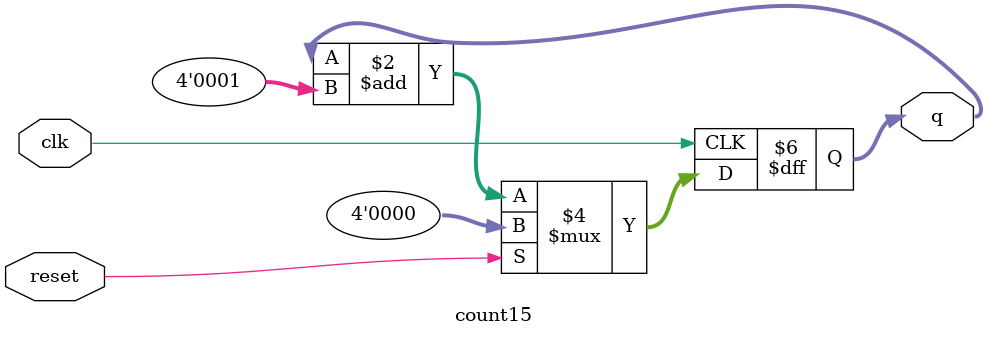
<source format=sv>

module count15 (
    input clk,
    input reset,      // Synchronous active-high reset
    output reg [3:0] q);

    always @(posedge clk) begin : counter
        if (reset) begin
            q <= 4'b0000;
        end else begin
            q <= q+4'b0001;
        end
    end
endmodule

</source>
